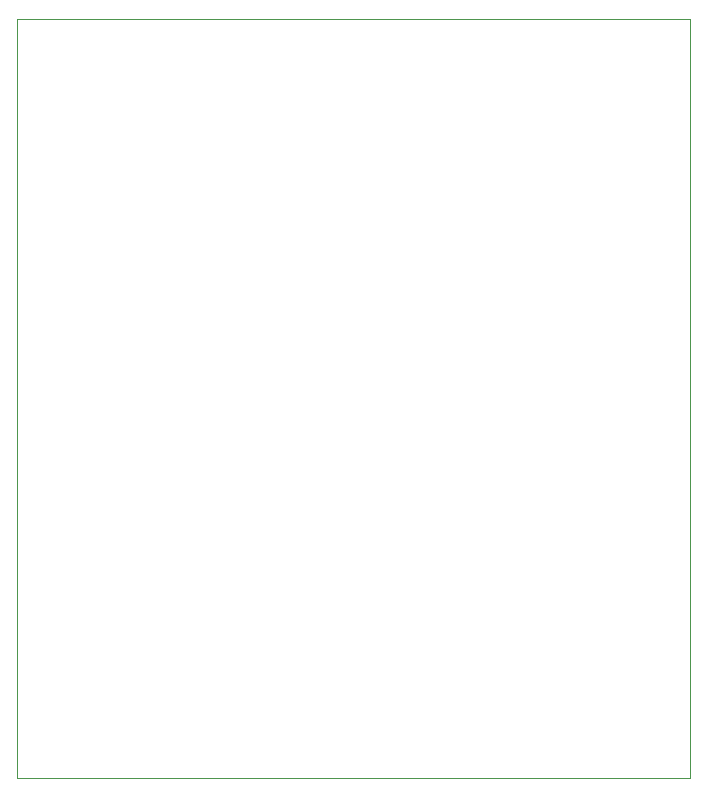
<source format=gbr>
%TF.GenerationSoftware,KiCad,Pcbnew,7.0.10*%
%TF.CreationDate,2024-03-20T10:30:33+05:30*%
%TF.ProjectId,TopSide_PCB,546f7053-6964-4655-9f50-43422e6b6963,rev?*%
%TF.SameCoordinates,Original*%
%TF.FileFunction,Profile,NP*%
%FSLAX46Y46*%
G04 Gerber Fmt 4.6, Leading zero omitted, Abs format (unit mm)*
G04 Created by KiCad (PCBNEW 7.0.10) date 2024-03-20 10:30:33*
%MOMM*%
%LPD*%
G01*
G04 APERTURE LIST*
%TA.AperFunction,Profile*%
%ADD10C,0.100000*%
%TD*%
G04 APERTURE END LIST*
D10*
X102260400Y-21386800D02*
X159207200Y-21386800D01*
X159207200Y-85648800D01*
X102260400Y-85648800D01*
X102260400Y-21386800D01*
M02*

</source>
